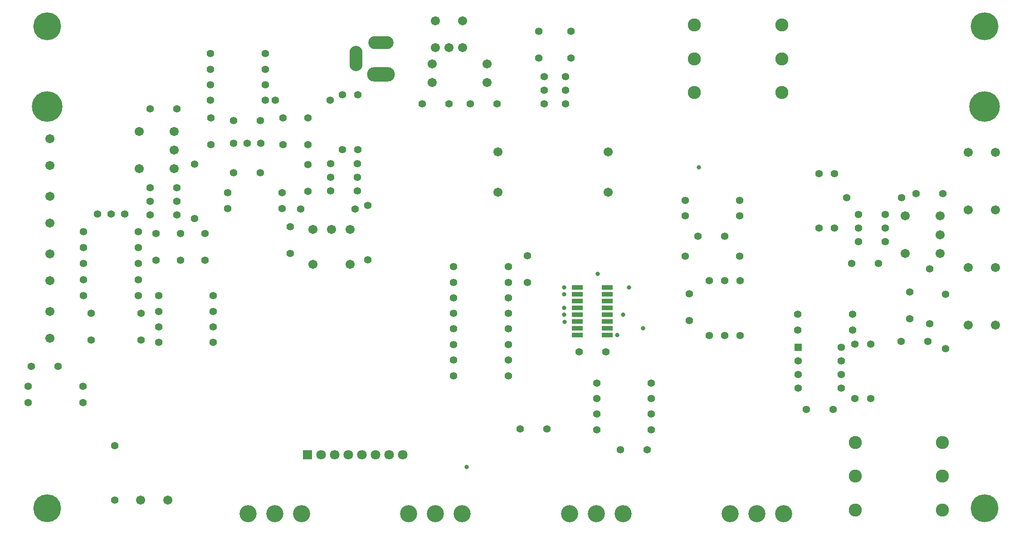
<source format=gts>
G04*
G04 #@! TF.GenerationSoftware,Altium Limited,Altium Designer,24.4.1 (13)*
G04*
G04 Layer_Color=8388736*
%FSLAX44Y44*%
%MOMM*%
G71*
G04*
G04 #@! TF.SameCoordinates,B5B0D8E5-B161-4E7D-91E4-E0B691D99E8F*
G04*
G04*
G04 #@! TF.FilePolarity,Negative*
G04*
G01*
G75*
%ADD23R,2.0032X0.9032*%
%ADD24R,1.8032X1.8032*%
%ADD25C,1.8032*%
%ADD26C,1.7032*%
%ADD27C,1.4032*%
%ADD28O,5.2032X2.7032*%
%ADD29O,4.7032X2.4532*%
%ADD30O,2.4532X4.7032*%
%ADD31C,2.4532*%
%ADD32C,5.7032*%
%ADD33R,1.4032X1.4032*%
%ADD34C,3.2032*%
%ADD35C,5.2032*%
%ADD36C,0.8032*%
D23*
X1039500Y411650D02*
D03*
X1095500D02*
D03*
X1039500Y398950D02*
D03*
X1095500D02*
D03*
X1039500Y373550D02*
D03*
X1095500D02*
D03*
X1039500Y386250D02*
D03*
X1095500D02*
D03*
X1039500Y437050D02*
D03*
X1095500D02*
D03*
X1039500Y424350D02*
D03*
X1095500D02*
D03*
X1039500Y462450D02*
D03*
X1095500D02*
D03*
X1039500Y449750D02*
D03*
X1095500D02*
D03*
D24*
X536100Y150000D02*
D03*
D25*
X561500D02*
D03*
X586900D02*
D03*
X612300D02*
D03*
X637700D02*
D03*
X663100D02*
D03*
X688500D02*
D03*
X713900D02*
D03*
D26*
X1717000Y561000D02*
D03*
Y596000D02*
D03*
Y526000D02*
D03*
X1652000Y596000D02*
D03*
Y526000D02*
D03*
X287000Y719000D02*
D03*
Y754000D02*
D03*
Y684000D02*
D03*
X222000Y754000D02*
D03*
Y684000D02*
D03*
X581000Y571000D02*
D03*
X546000D02*
D03*
X616000D02*
D03*
X546000Y506000D02*
D03*
X616000D02*
D03*
X825400Y960000D02*
D03*
X774600D02*
D03*
X825400Y909980D02*
D03*
X774600D02*
D03*
X800000D02*
D03*
X871000Y880000D02*
D03*
X769000D02*
D03*
Y845000D02*
D03*
X871000D02*
D03*
X892000Y640500D02*
D03*
Y715500D02*
D03*
X1097000D02*
D03*
Y640500D02*
D03*
X1770000Y715000D02*
D03*
X1820000D02*
D03*
Y607500D02*
D03*
X1770000D02*
D03*
X1820000Y500000D02*
D03*
X1770000D02*
D03*
Y392500D02*
D03*
X1820000D02*
D03*
X224600Y65000D02*
D03*
X275400D02*
D03*
X55000Y417500D02*
D03*
Y367500D02*
D03*
Y525000D02*
D03*
Y475000D02*
D03*
Y632500D02*
D03*
Y582500D02*
D03*
Y740000D02*
D03*
Y690000D02*
D03*
D27*
X345000Y513000D02*
D03*
Y563000D02*
D03*
X299000D02*
D03*
Y513000D02*
D03*
X253000D02*
D03*
Y563000D02*
D03*
X220000Y447000D02*
D03*
X118000D02*
D03*
X220000Y477000D02*
D03*
X118000D02*
D03*
X220000Y507000D02*
D03*
X118000D02*
D03*
Y537000D02*
D03*
X220000D02*
D03*
Y567000D02*
D03*
X118000D02*
D03*
X169000Y600000D02*
D03*
X194400D02*
D03*
X143600D02*
D03*
X132000Y364000D02*
D03*
Y414000D02*
D03*
X225500D02*
D03*
Y364000D02*
D03*
X258000Y360000D02*
D03*
X360000D02*
D03*
X258000Y389000D02*
D03*
X360000D02*
D03*
X258000Y418000D02*
D03*
X360000D02*
D03*
X258000Y447000D02*
D03*
X360000D02*
D03*
X242000Y623400D02*
D03*
Y648800D02*
D03*
Y598000D02*
D03*
X292000Y623400D02*
D03*
Y648800D02*
D03*
Y598000D02*
D03*
X355000Y812000D02*
D03*
X457000D02*
D03*
X355000Y841000D02*
D03*
X457000D02*
D03*
X355000Y870000D02*
D03*
X457000D02*
D03*
X355000Y899000D02*
D03*
X457000D02*
D03*
X476000Y812000D02*
D03*
X578000D02*
D03*
X398000Y774000D02*
D03*
X448000D02*
D03*
X356000Y779000D02*
D03*
Y729000D02*
D03*
X423000Y732000D02*
D03*
X397600D02*
D03*
X448400D02*
D03*
X325000Y693000D02*
D03*
Y591000D02*
D03*
X398000Y677000D02*
D03*
X448000D02*
D03*
X489000Y639000D02*
D03*
X387000D02*
D03*
X489000Y610000D02*
D03*
X387000D02*
D03*
X537000Y779000D02*
D03*
Y729000D02*
D03*
X490000Y779000D02*
D03*
Y729000D02*
D03*
X629000Y668000D02*
D03*
Y642600D02*
D03*
Y693400D02*
D03*
X579000Y668000D02*
D03*
Y642600D02*
D03*
Y693400D02*
D03*
X537000Y642000D02*
D03*
Y692000D02*
D03*
X523000Y609000D02*
D03*
X625000D02*
D03*
X504000Y576000D02*
D03*
Y526000D02*
D03*
X649000Y616000D02*
D03*
Y514000D02*
D03*
X630000Y720000D02*
D03*
Y822000D02*
D03*
X601000D02*
D03*
Y720000D02*
D03*
X800000Y805000D02*
D03*
X750000D02*
D03*
X890000D02*
D03*
X840000D02*
D03*
X968000Y941000D02*
D03*
Y891000D02*
D03*
X1028000D02*
D03*
Y941000D02*
D03*
X1018000Y831000D02*
D03*
Y805600D02*
D03*
Y856400D02*
D03*
X978000Y831000D02*
D03*
Y856400D02*
D03*
Y805600D02*
D03*
X1241000Y625000D02*
D03*
X1343000D02*
D03*
Y596000D02*
D03*
X1241000D02*
D03*
X1265000Y558000D02*
D03*
X1315000D02*
D03*
X1343000Y521000D02*
D03*
X1241000D02*
D03*
X1602000Y507000D02*
D03*
X1552000D02*
D03*
X1615000Y573000D02*
D03*
Y598400D02*
D03*
Y547600D02*
D03*
X1565000Y573000D02*
D03*
Y598400D02*
D03*
Y547600D02*
D03*
X1722000Y638000D02*
D03*
X1672000D02*
D03*
X1543000Y630000D02*
D03*
X1645000D02*
D03*
X1520000Y573000D02*
D03*
Y675000D02*
D03*
X1491000Y573000D02*
D03*
Y675000D02*
D03*
X1698000Y395000D02*
D03*
Y497000D02*
D03*
X1727000Y348000D02*
D03*
Y450000D02*
D03*
X1660000Y454000D02*
D03*
Y404000D02*
D03*
X1644000Y362000D02*
D03*
X1694000D02*
D03*
X1587500Y255000D02*
D03*
Y357000D02*
D03*
X1557500Y255000D02*
D03*
Y357000D02*
D03*
X1467500Y235000D02*
D03*
X1517500D02*
D03*
X1452500Y325400D02*
D03*
Y300000D02*
D03*
Y274600D02*
D03*
X1532500Y350800D02*
D03*
Y325400D02*
D03*
Y300000D02*
D03*
Y274600D02*
D03*
X1553500Y382500D02*
D03*
X1451500D02*
D03*
Y412500D02*
D03*
X1553500D02*
D03*
X1344000Y475000D02*
D03*
Y373000D02*
D03*
X1315000Y475000D02*
D03*
Y373000D02*
D03*
X1286000Y475000D02*
D03*
Y373000D02*
D03*
X1249000Y451000D02*
D03*
Y401000D02*
D03*
X1043000Y342000D02*
D03*
X1093000D02*
D03*
X947000Y472000D02*
D03*
Y522000D02*
D03*
X809000Y501000D02*
D03*
X911000D02*
D03*
X809000Y472000D02*
D03*
X911000D02*
D03*
Y443000D02*
D03*
X809000D02*
D03*
Y414000D02*
D03*
X911000D02*
D03*
X809000Y385000D02*
D03*
X911000D02*
D03*
Y356000D02*
D03*
X809000D02*
D03*
Y327000D02*
D03*
X911000D02*
D03*
X809000Y297000D02*
D03*
X911000D02*
D03*
X1076000Y284000D02*
D03*
X1178000D02*
D03*
Y255000D02*
D03*
X1076000D02*
D03*
Y226000D02*
D03*
X1178000D02*
D03*
X1076000Y197000D02*
D03*
X1178000D02*
D03*
X1120000Y159000D02*
D03*
X1170000D02*
D03*
X176000Y167000D02*
D03*
Y65000D02*
D03*
X14500Y247500D02*
D03*
X116500D02*
D03*
Y277500D02*
D03*
X14500D02*
D03*
X20000Y315000D02*
D03*
X70000D02*
D03*
X933000Y198000D02*
D03*
X983000D02*
D03*
X242000Y796000D02*
D03*
X292000D02*
D03*
D28*
X673500Y860000D02*
D03*
D29*
Y920000D02*
D03*
D30*
X626500Y890000D02*
D03*
D31*
X1421500Y952500D02*
D03*
Y889500D02*
D03*
Y826500D02*
D03*
X1258500D02*
D03*
Y889500D02*
D03*
Y952500D02*
D03*
X1558500Y47000D02*
D03*
Y110000D02*
D03*
Y173000D02*
D03*
X1721500D02*
D03*
Y110000D02*
D03*
Y47000D02*
D03*
D32*
X1800000Y800000D02*
D03*
X50000D02*
D03*
D33*
X1452500Y350800D02*
D03*
D34*
X1375000Y40000D02*
D03*
X1425000D02*
D03*
X1325000D02*
D03*
X1025000D02*
D03*
X1125000D02*
D03*
X1075000D02*
D03*
X775000D02*
D03*
X825000D02*
D03*
X725000D02*
D03*
X425000D02*
D03*
X525000D02*
D03*
X475000D02*
D03*
D35*
X1800000Y50000D02*
D03*
Y950000D02*
D03*
X50000D02*
D03*
Y50000D02*
D03*
D36*
X1015850Y398450D02*
D03*
X1267000Y687000D02*
D03*
X1078000Y488000D02*
D03*
X833000Y127000D02*
D03*
X1015350Y462450D02*
D03*
Y449750D02*
D03*
X1162250Y386250D02*
D03*
X1114564Y373637D02*
D03*
X1015350Y411650D02*
D03*
Y424350D02*
D03*
X1136550Y462450D02*
D03*
X1125350Y411650D02*
D03*
M02*

</source>
